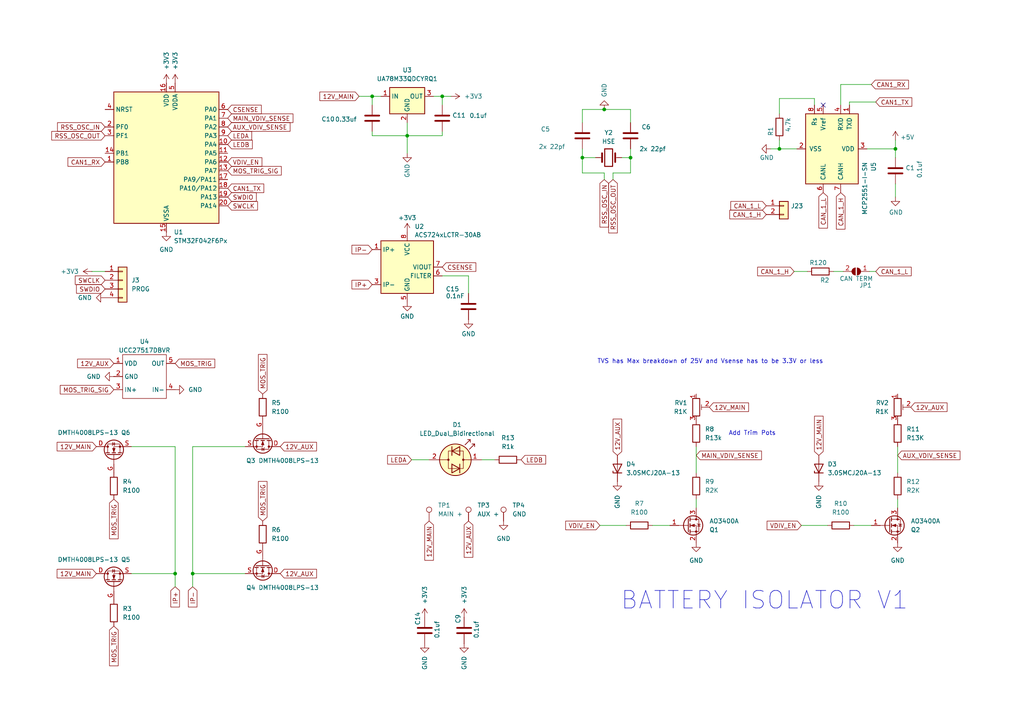
<source format=kicad_sch>
(kicad_sch (version 20250114) (generator "eeschema") (generator_version "9.0")
  (paper "A4")
  (title_block (date "2025-06-17") (rev "01"))
  (lib_symbols
    (symbol "AAA_OFFICE_PC_CUSTOM_SYMBOLS:UCC27517DBVR"
      (property "Reference" "U" (at -7.62 -8.382 0))
      (symbol "UCC27517DBVR_0_1"
        (rectangle (start -6.35 6.35) (end 6.35 -6.35))
      )
      (symbol "UCC27517DBVR_1_1"
        (pin input line (at -8.89 3.81 0) (length 2.54) (name "VDD") (number "1"))
        (pin input line (at -8.89 0 0) (length 2.54) (name "GND") (number "2"))
        (pin input line (at -8.89 -3.81 0) (length 2.54) (name "IN+") (number "3"))
        (pin output line (at 8.89 3.81 180) (length 2.54) (name "OUT") (number "5"))
        (pin input line (at 8.89 -3.81 180) (length 2.54) (name "IN-") (number "4"))
      )
    )
    (symbol "AO3400A_1" (pin_names (hide yes))
      (property "Reference" "Q" (at 5.08 1.905 0))
      (property "Value" "AO3400A" (at 5.08 0 0))
      (symbol "AO3400A_1_0_1"
        (polyline (pts (xy 0.254 1.905) (xy 0.254 -1.905)) (stroke (width 0.254)))
        (polyline (pts (xy 0.254 0) (xy -2.54 0)))
        (polyline (pts (xy 0.762 2.286) (xy 0.762 1.27)) (stroke (width 0.254)))
        (polyline (pts (xy 0.762 0.508) (xy 0.762 -0.508)) (stroke (width 0.254)))
        (polyline (pts (xy 0.762 -1.27) (xy 0.762 -2.286)) (stroke (width 0.254)))
        (polyline (pts (xy 0.762 -1.778) (xy 3.302 -1.778) (xy 3.302 1.778) (xy 0.762 1.778)))
        (polyline (pts (xy 1.016 0) (xy 2.032 0.381) (xy 2.032 -0.381) (xy 1.016 0)) (fill (type outline)))
        (circle (center 1.651 0) (radius 2.794) (stroke (width 0.254)))
        (polyline (pts (xy 2.54 2.54) (xy 2.54 1.778)))
        (circle (center 2.54 1.778) (radius 0.254) (fill (type outline)))
        (circle (center 2.54 -1.778) (radius 0.254) (fill (type outline)))
        (polyline (pts (xy 2.54 -2.54) (xy 2.54 0) (xy 0.762 0)))
        (polyline (pts (xy 2.794 0.508) (xy 2.921 0.381) (xy 3.683 0.381) (xy 3.81 0.254)))
        (polyline (pts (xy 3.302 0.381) (xy 2.921 -0.254) (xy 3.683 -0.254) (xy 3.302 0.381)))
      )
      (symbol "AO3400A_1_1_1"
        (pin input line (at -5.08 0 0) (length 2.54) (name "G") (number "1"))
        (pin passive line (at 2.54 5.08 270) (length 2.54) (name "D") (number "3"))
        (pin passive line (at 2.54 -5.08 90) (length 2.54) (name "S") (number "2"))
      )
    )
    (symbol "Connector:TestPoint" (pin_numbers (hide yes)) (pin_names (offset 0.762) (hide yes))
      (property "Reference" "TP" (at 0 6.858 0))
      (property "Value" "TestPoint" (at 0 5.08 0))
      (symbol "TestPoint_0_1"
        (circle (center 0 3.302) (radius 0.762))
      )
      (symbol "TestPoint_1_1"
        (pin passive line (at 0 0 90) (length 2.54) (name "1") (number "1"))
      )
    )
    (symbol "Connector_Generic:Conn_01x02" (pin_names (offset 1.016) (hide yes))
      (property "Reference" "J" (at 0 2.54 0))
      (property "Value" "Conn_01x02" (at 0 -5.08 0))
      (symbol "Conn_01x02_1_1"
        (rectangle (start -1.27 1.27) (end 1.27 -3.81) (stroke (width 0.254)) (fill (type background)))
        (rectangle (start -1.27 0.127) (end 0 -0.127) (stroke (width 0.1524)))
        (rectangle (start -1.27 -2.413) (end 0 -2.667) (stroke (width 0.1524)))
        (pin passive line (at -5.08 0 0) (length 3.81) (name "Pin_1") (number "1"))
        (pin passive line (at -5.08 -2.54 0) (length 3.81) (name "Pin_2") (number "2"))
      )
    )
    (symbol "Connector_Generic:Conn_01x04" (pin_names (offset 1.016) (hide yes))
      (property "Reference" "J" (at 0 5.08 0))
      (property "Value" "Conn_01x04" (at 0 -7.62 0))
      (symbol "Conn_01x04_1_1"
        (rectangle (start -1.27 3.81) (end 1.27 -6.35) (stroke (width 0.254)) (fill (type background)))
        (rectangle (start -1.27 2.667) (end 0 2.413) (stroke (width 0.1524)))
        (rectangle (start -1.27 0.127) (end 0 -0.127) (stroke (width 0.1524)))
        (rectangle (start -1.27 -2.413) (end 0 -2.667) (stroke (width 0.1524)))
        (rectangle (start -1.27 -4.953) (end 0 -5.207) (stroke (width 0.1524)))
        (pin passive line (at -5.08 2.54 0) (length 3.81) (name "Pin_1") (number "1"))
        (pin passive line (at -5.08 0 0) (length 3.81) (name "Pin_2") (number "2"))
        (pin passive line (at -5.08 -2.54 0) (length 3.81) (name "Pin_3") (number "3"))
        (pin passive line (at -5.08 -5.08 0) (length 3.81) (name "Pin_4") (number "4"))
      )
    )
    (symbol "Device:C" (pin_numbers (hide yes)) (pin_names (offset 0.254))
      (property "Reference" "C" (at 0.635 2.54 0))
      (property "Value" "C" (at 0.635 -2.54 0))
      (symbol "C_0_1"
        (polyline (pts (xy -2.032 0.762) (xy 2.032 0.762)) (stroke (width 0.508)))
        (polyline (pts (xy -2.032 -0.762) (xy 2.032 -0.762)) (stroke (width 0.508)))
      )
      (symbol "C_1_1"
        (pin passive line (at 0 3.81 270) (length 2.794) (name "~") (number "1"))
        (pin passive line (at 0 -3.81 90) (length 2.794) (name "~") (number "2"))
      )
    )
    (symbol "Device:Crystal" (pin_numbers (hide yes)) (pin_names (offset 1.016) (hide yes))
      (property "Reference" "Y" (at 0 3.81 0))
      (property "Value" "Crystal" (at 0 -3.81 0))
      (symbol "Crystal_0_1"
        (polyline (pts (xy -2.54 0) (xy -1.905 0)))
        (polyline (pts (xy -1.905 -1.27) (xy -1.905 1.27)) (stroke (width 0.508)))
        (rectangle (start -1.143 2.54) (end 1.143 -2.54) (stroke (width 0.3048)))
        (polyline (pts (xy 1.905 -1.27) (xy 1.905 1.27)) (stroke (width 0.508)))
        (polyline (pts (xy 2.54 0) (xy 1.905 0)))
      )
      (symbol "Crystal_1_1"
        (pin passive line (at -3.81 0 0) (length 1.27) (name "1") (number "1"))
        (pin passive line (at 3.81 0 180) (length 1.27) (name "2") (number "2"))
      )
    )
    (symbol "Device:LED_Dual_Bidirectional" (pin_names (offset 0) (hide yes))
      (property "Reference" "D" (at 0 5.715 0))
      (property "Value" "LED_Dual_Bidirectional" (at 0 -6.35 0))
      (symbol "LED_Dual_Bidirectional_0_1"
        (polyline (pts (xy -4.572 0) (xy -2.54 0)))
        (circle (center -2.032 0) (radius 0.254) (fill (type outline)))
        (polyline (pts (xy -2.032 0) (xy -2.54 0)))
        (polyline (pts (xy -1.016 3.81) (xy -1.016 1.27)) (stroke (width 0.254)))
        (polyline (pts (xy -1.016 -1.27) (xy -1.016 -3.81) (xy 1.27 -2.54) (xy -1.016 -1.27)) (stroke (width 0.254)))
        (circle (center 0 0) (radius 4.572) (stroke (width 0.254)) (fill (type background)))
        (polyline (pts (xy 1.27 3.81) (xy 1.27 1.27) (xy -1.016 2.54) (xy 1.27 3.81)) (stroke (width 0.254)))
        (polyline (pts (xy 1.27 -1.27) (xy 1.27 -3.81)) (stroke (width 0.254)))
        (polyline (pts (xy 2.286 2.54) (xy -2.032 2.54) (xy -2.032 -2.54) (xy 2.286 -2.54) (xy 2.286 2.54)))
        (circle (center 2.286 0) (radius 0.254) (fill (type outline)))
        (polyline (pts (xy 2.794 4.318) (xy 4.318 5.842) (xy 3.556 5.842)) (stroke (width 0.2032)))
        (polyline (pts (xy 4.064 3.048) (xy 5.588 4.572) (xy 4.826 4.572)) (stroke (width 0.2032)))
        (polyline (pts (xy 4.064 0) (xy 2.286 0)) (fill (type outline)))
        (polyline (pts (xy 4.318 5.842) (xy 4.318 5.08)) (stroke (width 0.2032)))
        (polyline (pts (xy 5.588 4.572) (xy 5.588 3.81)) (stroke (width 0.2032)))
      )
      (symbol "LED_Dual_Bidirectional_1_1"
        (pin input line (at -7.62 0 0) (length 3.048) (name "AK") (number "2"))
        (pin input line (at 7.62 0 180) (length 3.81) (name "KA") (number "1"))
      )
    )
    (symbol "Device:R" (pin_numbers (hide yes)) (pin_names (offset 0))
      (property "Reference" "R" (at 2.032 0 90))
      (property "Value" "R" (at 0 0 90))
      (symbol "R_0_1"
        (rectangle (start -1.016 -2.54) (end 1.016 2.54) (stroke (width 0.254)))
      )
      (symbol "R_1_1"
        (pin passive line (at 0 3.81 270) (length 1.27) (name "~") (number "1"))
        (pin passive line (at 0 -3.81 90) (length 1.27) (name "~") (number "2"))
      )
    )
    (symbol "Device:R_Potentiometer_Trim" (pin_names (offset 1.016) (hide yes))
      (property "Reference" "RV" (at -4.445 0 90))
      (property "Value" "R_Potentiometer_Trim" (at -2.54 0 90))
      (symbol "R_Potentiometer_Trim_0_1"
        (rectangle (start 1.016 2.54) (end -1.016 -2.54) (stroke (width 0.254)))
        (polyline (pts (xy 1.524 0.762) (xy 1.524 -0.762)))
        (polyline (pts (xy 2.54 0) (xy 1.524 0)))
      )
      (symbol "R_Potentiometer_Trim_1_1"
        (pin passive line (at 0 3.81 270) (length 1.27) (name "1") (number "1"))
        (pin passive line (at 0 -3.81 90) (length 1.27) (name "3") (number "3"))
        (pin passive line (at 3.81 0 180) (length 1.27) (name "2") (number "2"))
      )
    )
    (symbol "Diode:Z3SMCxxx" (pin_numbers (hide yes)) (pin_names (hide yes))
      (property "Reference" "D" (at 0 2.54 0))
      (property "Value" "Z3SMCxxx" (at 0 -2.54 0))
      (symbol "Z3SMCxxx_0_1"
        (polyline (pts (xy -1.27 -1.27) (xy -1.27 1.27) (xy -0.762 1.27)) (stroke (width 0.254)))
        (polyline (pts (xy 1.27 0) (xy -1.27 0)))
        (polyline (pts (xy 1.27 -1.27) (xy 1.27 1.27) (xy -1.27 0) (xy 1.27 -1.27)) (stroke (width 0.254)))
      )
      (symbol "Z3SMCxxx_1_1"
        (pin passive line (at -3.81 0 0) (length 2.54) (name "K") (number "1"))
        (pin passive line (at 3.81 0 180) (length 2.54) (name "A") (number "2"))
      )
    )
    (symbol "GND_2" (power) (pin_numbers (hide yes)) (pin_names (offset 0) (hide yes))
      (property "Value" "GND" (at 0 -3.81 0))
      (symbol "GND_2_0_1"
        (polyline (pts (xy 0 0) (xy 0 -1.27) (xy 1.27 -1.27) (xy 0 -2.54) (xy -1.27 -1.27) (xy 0 -1.27)))
      )
      (symbol "GND_2_1_1"
        (pin power_in line (at 0 0 270) (length 0) (name "~") (number "1"))
      )
    )
    (symbol "Interface_CAN_LIN:MCP2551-I-SN" (pin_names (offset 1.016))
      (property "Reference" "U" (at -10.16 8.89 0))
      (property "Value" "MCP2551-I-SN" (at 2.54 8.89 0))
      (symbol "MCP2551-I-SN_0_1"
        (rectangle (start -10.16 7.62) (end 10.16 -7.62) (stroke (width 0.254)) (fill (type background)))
      )
      (symbol "MCP2551-I-SN_1_1"
        (pin input line (at -12.7 5.08 0) (length 2.54) (name "TXD") (number "1"))
        (pin output line (at -12.7 2.54 0) (length 2.54) (name "RXD") (number "4"))
        (pin power_out line (at -12.7 -2.54 0) (length 2.54) (name "Vref") (number "5"))
        (pin input line (at -12.7 -5.08 0) (length 2.54) (name "Rs") (number "8"))
        (pin power_in line (at 0 10.16 270) (length 2.54) (name "VDD") (number "3"))
        (pin power_in line (at 0 -10.16 90) (length 2.54) (name "VSS") (number "2"))
        (pin bidirectional line (at 12.7 2.54 180) (length 2.54) (name "CANH") (number "7"))
        (pin bidirectional line (at 12.7 -2.54 180) (length 2.54) (name "CANL") (number "6"))
      )
    )
    (symbol "Jumper:SolderJumper_2_Open" (pin_names (offset 0) (hide yes))
      (property "Reference" "JP" (at 0 2.032 0))
      (property "Value" "SolderJumper_2_Open" (at 0 -2.54 0))
      (symbol "SolderJumper_2_Open_0_1"
        (polyline (pts (xy -0.254 1.016) (xy -0.254 -1.016)))
        (arc (start -0.254 -1.016) (mid -1.2656 0) (end -0.254 1.016))
        (arc (start -0.254 -1.016) (mid -1.2656 0) (end -0.254 1.016) (fill (type outline)))
        (arc (start 0.254 1.016) (mid 1.2656 0) (end 0.254 -1.016))
        (arc (start 0.254 1.016) (mid 1.2656 0) (end 0.254 -1.016) (fill (type outline)))
        (polyline (pts (xy 0.254 1.016) (xy 0.254 -1.016)))
      )
      (symbol "SolderJumper_2_Open_1_1"
        (pin passive line (at -3.81 0 0) (length 2.54) (name "A") (number "1"))
        (pin passive line (at 3.81 0 180) (length 2.54) (name "B") (number "2"))
      )
    )
    (symbol "MCU_ST_STM32F0:STM32F042F6Px"
      (property "Reference" "U" (at -15.24 21.59 0))
      (property "Value" "STM32F042F6Px" (at 5.08 21.59 0))
      (symbol "STM32F042F6Px_0_1"
        (rectangle (start -15.24 -17.78) (end 15.24 20.32) (stroke (width 0.254)) (fill (type background)))
      )
      (symbol "STM32F042F6Px_1_1"
        (pin input line (at -17.78 15.24 0) (length 2.54) (name "NRST") (number "4"))
        (pin bidirectional line (at -17.78 10.16 0) (length 2.54) (name "PF0") (number "2"))
        (pin bidirectional line (at -17.78 7.62 0) (length 2.54) (name "PF1") (number "3"))
        (pin bidirectional line (at -17.78 2.54 0) (length 2.54) (name "PB1") (number "14"))
        (pin bidirectional line (at -17.78 0 0) (length 2.54) (name "PB8") (number "1"))
        (pin power_in line (at 0 22.86 270) (length 2.54) (name "VDD") (number "16"))
        (pin power_in line (at 0 -20.32 90) (length 2.54) (name "VSSA") (number "15"))
        (pin power_in line (at 2.54 22.86 270) (length 2.54) (name "VDDA") (number "5"))
        (pin bidirectional line (at 17.78 15.24 180) (length 2.54) (name "PA0") (number "6"))
        (pin bidirectional line (at 17.78 12.7 180) (length 2.54) (name "PA1") (number "7"))
        (pin bidirectional line (at 17.78 10.16 180) (length 2.54) (name "PA2") (number "8"))
        (pin bidirectional line (at 17.78 7.62 180) (length 2.54) (name "PA3") (number "9"))
        (pin bidirectional line (at 17.78 5.08 180) (length 2.54) (name "PA4") (number "10"))
        (pin bidirectional line (at 17.78 2.54 180) (length 2.54) (name "PA5") (number "11"))
        (pin bidirectional line (at 17.78 0 180) (length 2.54) (name "PA6") (number "12"))
        (pin bidirectional line (at 17.78 -2.54 180) (length 2.54) (name "PA7") (number "13"))
        (pin bidirectional line (at 17.78 -5.08 180) (length 2.54) (name "PA9/PA11") (number "17"))
        (pin bidirectional line (at 17.78 -7.62 180) (length 2.54) (name "PA10/PA12") (number "18"))
        (pin bidirectional line (at 17.78 -10.16 180) (length 2.54) (name "PA13") (number "19"))
        (pin bidirectional line (at 17.78 -12.7 180) (length 2.54) (name "PA14") (number "20"))
      )
    )
    (symbol "Regulator_Linear:UA78M33QDCYRQ1"
      (property "Reference" "U" (at -3.81 3.175 0))
      (property "Value" "UA78M33QDCYRQ1" (at 0 3.175 0))
      (symbol "UA78M33QDCYRQ1_0_1"
        (rectangle (start -5.08 2.54) (end 5.08 -5.08) (stroke (width 0.254)) (fill (type background)))
      )
      (symbol "UA78M33QDCYRQ1_1_1"
        (pin power_in line (at -7.62 0 0) (length 2.54) (name "IN") (number "1"))
        (pin power_in line (at 0 -7.62 90) (length 2.54) (name "GND") (number "2"))
        (pin power_out line (at 7.62 0 180) (length 2.54) (name "OUT") (number "3"))
      )
    )
    (symbol "Sensor_Current:ACS724xLCTR-30AB"
      (property "Reference" "U" (at 2.54 11.43 0))
      (property "Value" "ACS724xLCTR-30AB" (at 2.54 8.89 0))
      (symbol "ACS724xLCTR-30AB_0_1"
        (rectangle (start -7.62 7.62) (end 7.62 -7.62) (stroke (width 0.254)) (fill (type background)))
      )
      (symbol "ACS724xLCTR-30AB_1_1"
        (pin passive line (at -10.16 5.08 0) (length 2.54) (name "IP+") (number "1"))
        (pin passive line (at -10.16 5.08 0) (length 2.54) (hide yes) (name "IP+") (number "2"))
        (pin passive line (at -10.16 -5.08 0) (length 2.54) (name "IP-") (number "3"))
        (pin passive line (at -10.16 -5.08 0) (length 2.54) (hide yes) (name "IP-") (number "4"))
        (pin power_in line (at 0 10.16 270) (length 2.54) (name "VCC") (number "8"))
        (pin power_in line (at 0 -10.16 90) (length 2.54) (name "GND") (number "5"))
        (pin output line (at 10.16 0 180) (length 2.54) (name "VIOUT") (number "7"))
        (pin passive line (at 10.16 -2.54 180) (length 2.54) (name "FILTER") (number "6"))
      )
    )
    (symbol "Transistor_FET:AO3400A" (pin_names (hide yes))
      (property "Reference" "Q1" (at 6.35 1.2701 0))
      (property "Value" "DMTH4008LPS-13" (at 6.35 -1.2699 0))
      (symbol "AO3400A_0_1"
        (polyline (pts (xy 0.254 1.905) (xy 0.254 -1.905)) (stroke (width 0.254)))
        (polyline (pts (xy 0.254 0) (xy -2.54 0)))
        (polyline (pts (xy 0.762 2.286) (xy 0.762 1.27)) (stroke (width 0.254)))
        (polyline (pts (xy 0.762 0.508) (xy 0.762 -0.508)) (stroke (width 0.254)))
        (polyline (pts (xy 0.762 -1.27) (xy 0.762 -2.286)) (stroke (width 0.254)))
        (polyline (pts (xy 0.762 -1.778) (xy 3.302 -1.778) (xy 3.302 1.778) (xy 0.762 1.778)))
        (polyline (pts (xy 1.016 0) (xy 2.032 0.381) (xy 2.032 -0.381) (xy 1.016 0)) (fill (type outline)))
        (circle (center 1.651 0) (radius 2.794) (stroke (width 0.254)))
        (polyline (pts (xy 2.54 2.54) (xy 2.54 1.778)))
        (circle (center 2.54 1.778) (radius 0.254) (fill (type outline)))
        (circle (center 2.54 -1.778) (radius 0.254) (fill (type outline)))
        (polyline (pts (xy 2.54 -2.54) (xy 2.54 0) (xy 0.762 0)))
        (polyline (pts (xy 2.794 0.508) (xy 2.921 0.381) (xy 3.683 0.381) (xy 3.81 0.254)))
        (polyline (pts (xy 3.302 0.381) (xy 2.921 -0.254) (xy 3.683 -0.254) (xy 3.302 0.381)))
      )
      (symbol "AO3400A_1_1"
        (pin input line (at -5.08 0 0) (length 2.54) (name "G") (number "G"))
        (pin passive line (at 2.54 5.08 270) (length 2.54) (name "D") (number "D"))
        (pin passive line (at 2.54 -5.08 90) (length 2.54) (name "S") (number "S"))
      )
    )
    (symbol "power:+3V3" (power) (pin_numbers (hide yes)) (pin_names (offset 0) (hide yes))
      (property "Value" "+3V3" (at 0 3.556 0))
      (symbol "+3V3_0_1"
        (polyline (pts (xy -0.762 1.27) (xy 0 2.54)))
        (polyline (pts (xy 0 2.54) (xy 0.762 1.27)))
        (polyline (pts (xy 0 0) (xy 0 2.54)))
      )
      (symbol "+3V3_1_1"
        (pin power_in line (at 0 0 90) (length 0) (name "~") (number "1"))
      )
    )
    (symbol "power:+5V" (power) (pin_names (offset 0))
      (property "Value" "+5V" (at 0 3.556 0))
      (symbol "+5V_0_1"
        (polyline (pts (xy -0.762 1.27) (xy 0 2.54)))
        (polyline (pts (xy 0 2.54) (xy 0.762 1.27)))
        (polyline (pts (xy 0 0) (xy 0 2.54)))
      )
      (symbol "+5V_1_1"
        (pin power_in line (at 0 0 90) (length 0) (hide yes) (name "+5V") (number "1"))
      )
    )
    (symbol "power:GND" (power) (pin_names (offset 0))
      (property "Value" "GND" (at 0 -3.81 0))
      (symbol "GND_0_1"
        (polyline (pts (xy 0 0) (xy 0 -1.27) (xy 1.27 -1.27) (xy 0 -2.54) (xy -1.27 -1.27) (xy 0 -1.27)))
      )
      (symbol "GND_1_1"
        (pin power_in line (at 0 0 270) (length 0) (hide yes) (name "GND") (number "1"))
      )
    )
  )
  (text "BATTERY ISOLATOR V1" (at 221.742 174.244 0) (effects (font (size 5.08 5.08))))
  (text "TVS has Max breakdown of 25V and Vsense has to be 3.3V or less\n" (at 205.994 104.902 0) (effects (font (size 1.27 1.27))))
  (text "Add Trim Pots" (at 218.186 125.73 0) (effects (font (size 1.27 1.27))))
  (junction (at 259.715 43.18))
  (junction (at 50.8 166.37))
  (junction (at 128.27 27.94))
  (junction (at 175.26 31.75))
  (junction (at 182.88 45.72))
  (junction (at 55.88 166.37))
  (junction (at 168.91 45.72))
  (junction (at 107.95 27.94))
  (junction (at 118.11 39.37))
  (junction (at 226.06 43.18))
  (no_connect (at 238.76 30.48))
  (wire (pts (xy 118.11 35.56) (xy 118.11 39.37)))
  (wire (pts (xy 223.52 43.18) (xy 226.06 43.18)))
  (wire (pts (xy 38.1 129.54) (xy 50.8 129.54)))
  (wire (pts (xy 135.89 80.01) (xy 135.89 85.09)))
  (wire (pts (xy 128.27 27.94) (xy 130.81 27.94)))
  (wire (pts (xy 55.88 129.54) (xy 71.12 129.54)))
  (wire (pts (xy 38.1 166.37) (xy 50.8 166.37)))
  (wire (pts (xy 118.11 39.37) (xy 118.11 44.45)))
  (wire (pts (xy 118.11 39.37) (xy 128.27 39.37)))
  (wire (pts (xy 226.06 40.64) (xy 226.06 43.18)))
  (wire (pts (xy 259.715 43.18) (xy 259.715 45.72)))
  (wire (pts (xy 168.91 45.72) (xy 168.91 50.165)))
  (wire (pts (xy 232.41 152.4) (xy 240.03 152.4)))
  (wire (pts (xy 175.26 50.165) (xy 175.26 52.07)))
  (wire (pts (xy 55.88 166.37) (xy 71.12 166.37)))
  (wire (pts (xy 226.06 43.18) (xy 231.14 43.18)))
  (wire (pts (xy 254 29.591) (xy 246.38 29.591)))
  (wire (pts (xy 125.73 27.94) (xy 128.27 27.94)))
  (wire (pts (xy 168.91 50.165) (xy 175.26 50.165)))
  (wire (pts (xy 201.93 144.78) (xy 201.93 147.32)))
  (wire (pts (xy 251.46 43.18) (xy 259.715 43.18)))
  (wire (pts (xy 259.715 43.18) (xy 259.715 40.64)))
  (wire (pts (xy 128.27 80.01) (xy 135.89 80.01)))
  (wire (pts (xy 260.35 129.54) (xy 260.35 137.16)))
  (wire (pts (xy 175.26 31.75) (xy 182.88 31.75)))
  (wire (pts (xy 244.5512 78.74) (xy 241.7572 78.74)))
  (wire (pts (xy 172.72 45.72) (xy 168.91 45.72)))
  (wire (pts (xy 243.84 24.511) (xy 243.84 30.48)))
  (wire (pts (xy 247.65 152.4) (xy 252.73 152.4)))
  (wire (pts (xy 182.88 45.72) (xy 182.88 43.18)))
  (wire (pts (xy 259.715 53.34) (xy 259.715 57.15)))
  (wire (pts (xy 226.06 28.575) (xy 226.06 33.02)))
  (wire (pts (xy 189.23 152.4) (xy 194.31 152.4)))
  (wire (pts (xy 168.91 35.56) (xy 168.91 31.75)))
  (wire (pts (xy 252.1712 78.74) (xy 254 78.74)))
  (wire (pts (xy 182.88 45.72) (xy 180.34 45.72)))
  (wire (pts (xy 128.27 27.94) (xy 128.27 30.48)))
  (wire (pts (xy 173.99 152.4) (xy 181.61 152.4)))
  (wire (pts (xy 143.51 133.35) (xy 139.7 133.35)))
  (wire (pts (xy 252.73 24.511) (xy 243.84 24.511)))
  (wire (pts (xy 182.88 31.75) (xy 182.88 35.56)))
  (wire (pts (xy 177.8 50.165) (xy 182.88 50.165)))
  (wire (pts (xy 50.8 166.37) (xy 50.8 170.18)))
  (wire (pts (xy 26.67 78.74) (xy 30.48 78.74)))
  (wire (pts (xy 104.14 27.94) (xy 107.95 27.94)))
  (wire (pts (xy 107.95 38.1) (xy 107.95 39.37)))
  (wire (pts (xy 107.95 39.37) (xy 118.11 39.37)))
  (wire (pts (xy 128.27 39.37) (xy 128.27 38.1)))
  (wire (pts (xy 246.38 29.591) (xy 246.38 30.48)))
  (wire (pts (xy 168.91 31.75) (xy 175.26 31.75)))
  (wire (pts (xy 50.8 129.54) (xy 50.8 166.37)))
  (wire (pts (xy 230.3272 78.74) (xy 234.1372 78.74)))
  (wire (pts (xy 119.38 133.35) (xy 124.46 133.35)))
  (wire (pts (xy 260.35 144.78) (xy 260.35 147.32)))
  (wire (pts (xy 177.8 50.165) (xy 177.8 52.07)))
  (wire (pts (xy 201.93 129.54) (xy 201.93 137.16)))
  (wire (pts (xy 236.22 30.48) (xy 236.22 28.575)))
  (wire (pts (xy 55.88 166.37) (xy 55.88 170.18)))
  (wire (pts (xy 107.95 27.94) (xy 107.95 30.48)))
  (wire (pts (xy 55.88 129.54) (xy 55.88 166.37)))
  (wire (pts (xy 107.95 27.94) (xy 110.49 27.94)))
  (wire (pts (xy 226.06 28.575) (xy 236.22 28.575)))
  (wire (pts (xy 168.91 43.18) (xy 168.91 45.72)))
  (wire (pts (xy 182.88 50.165) (xy 182.88 45.72)))
  (global_label "IP-" (shape input) (at 55.88 170.18 270) (property "Intersheetrefs" "${INTERSHEET_REFS}" (effects (hide yes))))
  (global_label "VDIV_EN" (shape input) (at 66.04 46.99 0) (property "Intersheetrefs" "${INTERSHEET_REFS}" (effects (hide yes))))
  (global_label "12V_AUX" (shape input) (at 81.28 129.54 0) (property "Intersheetrefs" "${INTERSHEET_REFS}" (effects (hide yes))))
  (global_label "SWCLK" (shape input) (at 30.48 81.28 180) (property "Intersheetrefs" "${INTERSHEET_REFS}" (effects (hide yes))))
  (global_label "RSS_OSC_IN" (shape input) (at 30.48 36.83 180) (property "Intersheetrefs" "${INTERSHEET_REFS}" (effects (hide yes))))
  (global_label "CAN_1_H" (shape input) (at 243.84 55.88 270) (property "Intersheetrefs" "${INTERSHEET_REFS}" (effects (hide yes))))
  (global_label "LEDA" (shape input) (at 66.04 39.37 0) (property "Intersheetrefs" "${INTERSHEET_REFS}" (effects (hide yes))))
  (global_label "LEDB" (shape input) (at 151.13 133.35 0) (property "Intersheetrefs" "${INTERSHEET_REFS}" (effects (hide yes))))
  (global_label "MOS_TRIG" (shape input) (at 33.02 181.61 270) (property "Intersheetrefs" "${INTERSHEET_REFS}" (effects (hide yes))))
  (global_label "CAN1_RX" (shape input) (at 252.73 24.511 0) (property "Intersheetrefs" "${INTERSHEET_REFS}" (effects (hide yes))))
  (global_label "MOS_TRIG" (shape input) (at 33.02 144.78 270) (property "Intersheetrefs" "${INTERSHEET_REFS}" (effects (hide yes))))
  (global_label "12V_MAIN" (shape input) (at 27.94 166.37 180) (property "Intersheetrefs" "${INTERSHEET_REFS}" (effects (hide yes))))
  (global_label "MAIN_VDIV_SENSE" (shape input) (at 66.04 34.29 0) (property "Intersheetrefs" "${INTERSHEET_REFS}" (effects (hide yes))))
  (global_label "12V_MAIN" (shape input) (at 27.94 129.54 180) (property "Intersheetrefs" "${INTERSHEET_REFS}" (effects (hide yes))))
  (global_label "SWDIO" (shape input) (at 30.48 83.82 180) (property "Intersheetrefs" "${INTERSHEET_REFS}" (effects (hide yes))))
  (global_label "AUX_VDIV_SENSE" (shape input) (at 260.35 132.08 0) (property "Intersheetrefs" "${INTERSHEET_REFS}" (effects (hide yes))))
  (global_label "12V_MAIN" (shape input) (at 205.74 118.11 0) (property "Intersheetrefs" "${INTERSHEET_REFS}" (effects (hide yes))))
  (global_label "CAN1_TX" (shape input) (at 254 29.591 0) (property "Intersheetrefs" "${INTERSHEET_REFS}" (effects (hide yes))))
  (global_label "12V_MAIN" (shape input) (at 104.14 27.94 180) (property "Intersheetrefs" "${INTERSHEET_REFS}" (effects (hide yes))))
  (global_label "IP+" (shape input) (at 107.95 82.55 180) (property "Intersheetrefs" "${INTERSHEET_REFS}" (effects (hide yes))))
  (global_label "12V_AUX" (shape input) (at 135.89 151.13 270) (property "Intersheetrefs" "${INTERSHEET_REFS}" (effects (hide yes))))
  (global_label "IP-" (shape input) (at 107.95 72.39 180) (property "Intersheetrefs" "${INTERSHEET_REFS}" (effects (hide yes))))
  (global_label "CSENSE" (shape input) (at 128.27 77.47 0) (property "Intersheetrefs" "${INTERSHEET_REFS}" (effects (hide yes))))
  (global_label "CAN1_TX" (shape input) (at 66.04 54.61 0) (property "Intersheetrefs" "${INTERSHEET_REFS}" (effects (hide yes))))
  (global_label "CAN_1_L" (shape input) (at 222.25 59.69 180) (property "Intersheetrefs" "${INTERSHEET_REFS}" (effects (hide yes))))
  (global_label "12V_AUX" (shape input) (at 33.02 105.41 180) (property "Intersheetrefs" "${INTERSHEET_REFS}" (effects (hide yes))))
  (global_label "12V_MAIN" (shape input) (at 237.49 132.08 90) (property "Intersheetrefs" "${INTERSHEET_REFS}" (effects (hide yes))))
  (global_label "CAN_1_H" (shape input) (at 222.25 62.23 180) (property "Intersheetrefs" "${INTERSHEET_REFS}" (effects (hide yes))))
  (global_label "12V_AUX" (shape input) (at 179.07 132.08 90) (property "Intersheetrefs" "${INTERSHEET_REFS}" (effects (hide yes))))
  (global_label "RSS_OSC_IN" (shape input) (at 175.26 52.07 270) (property "Intersheetrefs" "${INTERSHEET_REFS}" (effects (hide yes))))
  (global_label "IP+" (shape input) (at 50.8 170.18 270) (property "Intersheetrefs" "${INTERSHEET_REFS}" (effects (hide yes))))
  (global_label "RSS_OSC_OUT" (shape input) (at 30.48 39.37 180) (property "Intersheetrefs" "${INTERSHEET_REFS}" (effects (hide yes))))
  (global_label "CAN1_RX" (shape input) (at 30.48 46.99 180) (property "Intersheetrefs" "${INTERSHEET_REFS}" (effects (hide yes))))
  (global_label "12V_AUX" (shape input) (at 81.28 166.37 0) (property "Intersheetrefs" "${INTERSHEET_REFS}" (effects (hide yes))))
  (global_label "MOS_TRIG_SIG" (shape input) (at 33.02 113.03 180) (property "Intersheetrefs" "${INTERSHEET_REFS}" (effects (hide yes))))
  (global_label "AUX_VDIV_SENSE" (shape input) (at 66.04 36.83 0) (property "Intersheetrefs" "${INTERSHEET_REFS}" (effects (hide yes))))
  (global_label "SWDIO" (shape input) (at 66.04 57.15 0) (property "Intersheetrefs" "${INTERSHEET_REFS}" (effects (hide yes))))
  (global_label "CSENSE" (shape input) (at 66.04 31.75 0) (property "Intersheetrefs" "${INTERSHEET_REFS}" (effects (hide yes))))
  (global_label "MOS_TRIG" (shape input) (at 76.2 151.13 90) (property "Intersheetrefs" "${INTERSHEET_REFS}" (effects (hide yes))))
  (global_label "LEDA" (shape input) (at 119.38 133.35 180) (property "Intersheetrefs" "${INTERSHEET_REFS}" (effects (hide yes))))
  (global_label "VDIV_EN" (shape input) (at 232.41 152.4 180) (property "Intersheetrefs" "${INTERSHEET_REFS}" (effects (hide yes))))
  (global_label "12V_AUX" (shape input) (at 264.16 118.11 0) (property "Intersheetrefs" "${INTERSHEET_REFS}" (effects (hide yes))))
  (global_label "CAN_1_L" (shape input) (at 238.76 55.88 270) (property "Intersheetrefs" "${INTERSHEET_REFS}" (effects (hide yes))))
  (global_label "CAN_1_H" (shape input) (at 230.3272 78.74 180) (property "Intersheetrefs" "${INTERSHEET_REFS}" (effects (hide yes))))
  (global_label "MOS_TRIG" (shape input) (at 50.8 105.41 0) (property "Intersheetrefs" "${INTERSHEET_REFS}" (effects (hide yes))))
  (global_label "VDIV_EN" (shape input) (at 173.99 152.4 180) (property "Intersheetrefs" "${INTERSHEET_REFS}" (effects (hide yes))))
  (global_label "CAN_1_L" (shape input) (at 254 78.74 0) (property "Intersheetrefs" "${INTERSHEET_REFS}" (effects (hide yes))))
  (global_label "MAIN_VDIV_SENSE" (shape input) (at 201.93 132.08 0) (property "Intersheetrefs" "${INTERSHEET_REFS}" (effects (hide yes))))
  (global_label "LEDB" (shape input) (at 66.04 41.91 0) (property "Intersheetrefs" "${INTERSHEET_REFS}" (effects (hide yes))))
  (global_label "MOS_TRIG" (shape input) (at 76.2 114.3 90) (property "Intersheetrefs" "${INTERSHEET_REFS}" (effects (hide yes))))
  (global_label "RSS_OSC_OUT" (shape input) (at 177.8 52.07 270) (property "Intersheetrefs" "${INTERSHEET_REFS}" (effects (hide yes))))
  (global_label "12V_MAIN" (shape input) (at 124.46 151.13 270) (property "Intersheetrefs" "${INTERSHEET_REFS}" (effects (hide yes))))
  (global_label "SWCLK" (shape input) (at 66.04 59.69 0) (property "Intersheetrefs" "${INTERSHEET_REFS}" (effects (hide yes))))
  (global_label "MOS_TRIG_SIG" (shape input) (at 66.04 49.53 0) (property "Intersheetrefs" "${INTERSHEET_REFS}" (effects (hide yes))))
  (symbol (lib_id "Device:R_Potentiometer_Trim") (at 201.93 118.11 0) (unit 1)
    (property "Reference" "RV1" (at 199.39 116.8399 0) (effects (justify right)))
    (property "Value" "R1K" (at 199.39 119.3799 0) (effects (justify right)))
    (property "Footprint" "Potentiometer_SMD:Potentiometer_Bourns_TC33X_Vertical" (effects (hide yes)))
    (property "Description" "Trim-potentiometer" (effects (hide yes)))
  )
  (symbol (lib_id "power:+3V3") (at 26.67 78.74 90) (unit 1)
    (property "Reference" "#PWR0103" (effects (hide yes)))
    (property "Value" "+3V3" (at 22.86 78.74 90) (effects (justify left)))
    (property "Description" "Power symbol creates a global label with name \"+3V3\"" (effects (hide yes)))
  )
  (symbol (lib_id "power:GND") (at 118.11 44.45 0) (unit 1)
    (property "Reference" "#PWR024" (effects (hide yes)))
    (property "Value" "GND" (at 118.11 49.53 90))
  )
  (symbol (lib_id "AAA_OFFICE_PC_CUSTOM_SYMBOLS:UCC27517DBVR") (at 41.91 109.22 0) (unit 1)
    (property "Reference" "U4" (at 41.91 99.06 0))
    (property "Value" "UCC27517DBVR" (at 41.91 101.6 0))
    (property "Footprint" "Package_TO_SOT_SMD:SOT-23-5" (effects (hide yes)))
  )
  (symbol (lib_id "Diode:Z3SMCxxx") (at 237.49 135.89 90) (unit 1)
    (property "Reference" "D3" (at 240.03 134.6199 90) (effects (justify right)))
    (property "Value" "3.0SMCJ20A-13" (at 240.03 137.1599 90) (effects (justify right)))
    (property "Footprint" "Diode_SMD:D_SMC" (effects (hide yes)))
    (property "Datasheet" "https://diotec.com/tl_files/diotec/files/pdf/datasheets/z3smc1.pdf" (effects (hide yes)))
    (property "Description" "3000mW Zener Diode, SMC(DO-214AB)" (effects (hide yes)))
    (property "PN" "C439733" (effects (hide yes)))
    (property "SOURCE" "LCSC" (effects (hide yes)))
  )
  (symbol (lib_id "Regulator_Linear:UA78M33QDCYRQ1") (at 118.11 27.94 0) (unit 1)
    (property "Reference" "U3" (at 118.11 20.32 0))
    (property "Value" "UA78M33QDCYRQ1" (at 118.11 22.86 0))
    (property "Footprint" "Package_TO_SOT_SMD:SOT-223-3_TabPin2" (effects (hide yes)))
    (property "Datasheet" "https://www.ti.com/lit/gpn/UA78M-Q1" (effects (hide yes)))
    (property "Description" "Positive 500mA 25V Linear Regulator, Fixed Output 3.3V, SOT-223" (effects (hide yes)))
  )
  (symbol (lib_id "Device:R") (at 33.02 177.8 180) (unit 1)
    (property "Reference" "R3" (at 35.56 176.5299 0) (effects (justify right)))
    (property "Value" "R100" (at 35.56 179.0699 0) (effects (justify right)))
    (property "Footprint" "Resistor_SMD:R_0603_1608Metric" (effects (hide yes)))
    (property "Description" "Resistor" (effects (hide yes)))
  )
  (symbol (lib_id "Connector:TestPoint") (at 124.46 151.13 0) (unit 1)
    (property "Reference" "TP1" (at 127 146.5579 0) (effects (justify left)))
    (property "Value" "MAIN +" (at 127 149.0979 0) (effects (justify left)))
    (property "Footprint" "AAA_OFFICE_PC_CUSTOM_CRAP:SAMZO 8060500M4" (effects (hide yes)))
    (property "Description" "test point" (effects (hide yes)))
  )
  (symbol (lib_id "power:+3V3") (at 118.11 67.31 0) (unit 1)
    (property "Reference" "#PWR012" (effects (hide yes)))
    (property "Value" "+3V3" (at 118.11 63.1769 0))
    (property "Description" "Power symbol creates a global label with name \"+3V3\"" (effects (hide yes)))
  )
  (symbol (lib_id "power:GND") (at 175.26 31.75 180) (unit 1)
    (property "Reference" "#PWR061" (effects (hide yes)))
    (property "Value" "GND" (at 175.26 24.13 90) (effects (justify left)))
  )
  (symbol (lib_id "power:+5V") (at 259.715 40.64 0) (unit 1)
    (property "Reference" "#PWR016" (effects (hide yes)))
    (property "Value" "+5V" (at 261.112 39.8038 0) (effects (justify left)))
  )
  (symbol (lib_name "GND_2") (lib_id "power:GND") (at 123.19 186.69 0) (unit 1)
    (property "Reference" "#PWR068" (effects (hide yes)))
    (property "Value" "GND" (at 123.19 190.246 90) (effects (justify right)))
    (property "Description" "Power symbol creates a global label with name \"GND\" , ground" (effects (hide yes)))
  )
  (symbol (lib_id "power:GND") (at 146.05 151.13 0) (unit 1)
    (property "Reference" "#PWR02" (effects (hide yes)))
    (property "Value" "GND" (at 146.05 156.21 0))
    (property "Description" "Power symbol creates a global label with name \"GND\" , ground" (effects (hide yes)))
  )
  (symbol (lib_id "power:+3V3") (at 123.19 179.07 0) (unit 1)
    (property "Reference" "#PWR067" (effects (hide yes)))
    (property "Value" "+3V3" (at 123.19 175.26 90) (effects (justify left)))
    (property "Description" "Power symbol creates a global label with name \"+3V3\"" (effects (hide yes)))
  )
  (symbol (lib_id "Device:R") (at 237.9472 78.74 270) (unit 1)
    (property "Reference" "R2" (at 239.2172 81.28 90))
    (property "Value" "R120" (at 237.3122 76.2 90))
    (property "Footprint" "Resistor_SMD:R_0603_1608Metric" (effects (hide yes)))
  )
  (symbol (lib_id "power:GND") (at 237.49 139.7 0) (unit 1)
    (property "Reference" "#PWR050" (effects (hide yes)))
    (property "Value" "GND" (at 237.4899 143.51 90) (effects (justify right)))
    (property "Description" "Power symbol creates a global label with name \"GND\" , ground" (effects (hide yes)))
  )
  (symbol (lib_id "Device:C") (at 259.715 49.53 0) (unit 1)
    (property "Reference" "C1" (at 262.636 48.6953 0) (effects (justify left)))
    (property "Value" "0.1uf" (at 266.7 51.689 90) (effects (justify left)))
    (property "Footprint" "Capacitor_SMD:C_0805_2012Metric" (effects (hide yes)))
  )
  (symbol (lib_id "Transistor_FET:AO3400A") (at 33.02 132.08 90) (unit 1)
    (property "Reference" "Q6" (at 37.846 125.476 90) (effects (justify left)))
    (property "Value" "DMTH4008LPS-13" (at 34.29 125.476 90) (effects (justify left)))
    (property "Footprint" "AAA_OFFICE_PC_CUSTOM_CRAP:DMTH4008LPS-13(DI5060-8)" (effects (hide yes)))
  )
  (symbol (lib_id "Device:R") (at 201.93 140.97 180) (unit 1)
    (property "Reference" "R9" (at 204.47 139.6999 0) (effects (justify right)))
    (property "Value" "R2K" (at 204.47 142.2399 0) (effects (justify right)))
    (property "Footprint" "Resistor_SMD:R_0603_1608Metric" (effects (hide yes)))
    (property "Description" "Resistor" (effects (hide yes)))
  )
  (symbol (lib_id "power:GND") (at 260.35 157.48 0) (unit 1)
    (property "Reference" "#PWR04" (effects (hide yes)))
    (property "Value" "GND" (at 260.35 162.56 0))
    (property "Description" "Power symbol creates a global label with name \"GND\" , ground" (effects (hide yes)))
  )
  (symbol (lib_id "Device:C") (at 134.62 182.88 0) (unit 1)
    (property "Reference" "C9" (at 132.842 180.848 90) (effects (justify left)))
    (property "Value" "0.1uf" (at 138.176 185.166 90) (effects (justify left)))
    (property "Footprint" "Capacitor_SMD:C_0603_1608Metric" (effects (hide yes)))
  )
  (symbol (lib_id "Transistor_FET:AO3400A") (at 76.2 127 270) (unit 1)
    (property "Reference" "Q3" (at 71.374 133.604 90) (effects (justify left)))
    (property "Value" "DMTH4008LPS-13" (at 74.93 133.604 90) (effects (justify left)))
    (property "Footprint" "AAA_OFFICE_PC_CUSTOM_CRAP:DMTH4008LPS-13(DI5060-8)" (effects (hide yes)))
  )
  (symbol (lib_name "GND_2") (lib_id "power:GND") (at 33.02 109.22 270) (unit 1)
    (property "Reference" "#PWR070" (effects (hide yes)))
    (property "Value" "GND" (at 29.21 109.2199 90) (effects (justify right)))
    (property "Description" "Power symbol creates a global label with name \"GND\" , ground" (effects (hide yes)))
  )
  (symbol (lib_id "Transistor_FET:AO3400A") (at 33.02 168.91 90) (unit 1)
    (property "Reference" "Q5" (at 37.846 162.306 90) (effects (justify left)))
    (property "Value" "DMTH4008LPS-13" (at 34.29 162.306 90) (effects (justify left)))
    (property "Footprint" "AAA_OFFICE_PC_CUSTOM_CRAP:DMTH4008LPS-13(DI5060-8)" (effects (hide yes)))
  )
  (symbol (lib_id "Device:R") (at 76.2 154.94 0) (unit 1)
    (property "Reference" "R6" (at 78.74 153.6699 0) (effects (justify left)))
    (property "Value" "R100" (at 78.74 156.2099 0) (effects (justify left)))
    (property "Footprint" "Resistor_SMD:R_0603_1608Metric" (effects (hide yes)))
    (property "Description" "Resistor" (effects (hide yes)))
  )
  (symbol (lib_id "Sensor_Current:ACS724xLCTR-30AB") (at 118.11 77.47 0) (unit 1)
    (property "Reference" "U2" (at 120.2533 65.7055 0) (effects (justify left)))
    (property "Value" "ACS724xLCTR-30AB" (at 120.2533 68.1298 0) (effects (justify left)))
    (property "Footprint" "Package_SO:SOIC-8_3.9x4.9mm_P1.27mm" (effects (hide yes)))
    (property "Datasheet" "http://www.allegromicro.com/~/media/Files/Datasheets/ACS724-Datasheet.ashx?la=en" (effects (hide yes)))
    (property "Description" "±30A Bidirectional Hall-Effect Current Sensor, +5.0V supply, 66mV/A, SOIC-8" (effects (hide yes)))
  )
  (symbol (lib_id "power:GND") (at 135.89 92.71 0) (unit 1)
    (property "Reference" "#PWR015" (effects (hide yes)))
    (property "Value" "GND" (at 135.89 96.8431 0))
    (property "Description" "Power symbol creates a global label with name \"GND\" , ground" (effects (hide yes)))
  )
  (symbol (lib_id "Jumper:SolderJumper_2_Open") (at 248.3612 78.74 180) (unit 1)
    (property "Reference" "JP1" (at 251.0536 82.7532 0))
    (property "Value" "CAN TERM" (at 248.3612 80.8228 0))
    (property "Footprint" "Connector_PinHeader_2.54mm:PinHeader_1x02_P2.54mm_Vertical" (effects (hide yes)))
  )
  (symbol (lib_id "Device:R") (at 243.84 152.4 90) (unit 1)
    (property "Reference" "R10" (at 243.84 146.05 90))
    (property "Value" "R100" (at 243.84 148.59 90))
    (property "Footprint" "Resistor_SMD:R_0603_1608Metric" (effects (hide yes)))
    (property "Description" "Resistor" (effects (hide yes)))
  )
  (symbol (lib_id "Device:R_Potentiometer_Trim") (at 260.35 118.11 0) (unit 1)
    (property "Reference" "RV2" (at 257.81 116.8399 0) (effects (justify right)))
    (property "Value" "R1K" (at 257.81 119.3799 0) (effects (justify right)))
    (property "Footprint" "Potentiometer_SMD:Potentiometer_Bourns_TC33X_Vertical" (effects (hide yes)))
    (property "Description" "Trim-potentiometer" (effects (hide yes)))
  )
  (symbol (lib_id "Connector_Generic:Conn_01x04") (at 35.56 81.28 0) (unit 1)
    (property "Reference" "J3" (at 38.1 81.2799 0) (effects (justify left)))
    (property "Value" "PROG" (at 38.1 83.8199 0) (effects (justify left)))
    (property "Footprint" "Connector_PinHeader_1.27mm:PinHeader_1x04_P1.27mm_Vertical" (effects (hide yes)))
    (property "Description" "Generic connector, single row, 01x04, script generated (kicad-library-utils/schlib/autogen/connector/)" (effects (hide yes)))
  )
  (symbol (lib_id "Device:C") (at 182.88 39.37 0) (unit 1)
    (property "Reference" "C6" (at 186.055 36.83 0) (effects (justify left)))
    (property "Value" "2x 22pf" (at 185.42 43.18 0) (effects (justify left)))
    (property "Footprint" "Capacitor_SMD:C_0805_2012Metric" (effects (hide yes)))
  )
  (symbol (lib_id "Connector:TestPoint") (at 135.89 151.13 0) (unit 1)
    (property "Reference" "TP3" (at 138.43 146.5579 0) (effects (justify left)))
    (property "Value" "AUX +" (at 138.43 149.0979 0) (effects (justify left)))
    (property "Footprint" "AAA_OFFICE_PC_CUSTOM_CRAP:SAMZO 8060500M4" (effects (hide yes)))
    (property "Description" "test point" (effects (hide yes)))
  )
  (symbol (lib_id "Connector:TestPoint") (at 146.05 151.13 0) (unit 1)
    (property "Reference" "TP4" (at 148.59 146.5579 0) (effects (justify left)))
    (property "Value" "GND" (at 148.59 149.0979 0) (effects (justify left)))
    (property "Footprint" "AAA_OFFICE_PC_CUSTOM_CRAP:SAMZO 8060500M4" (effects (hide yes)))
    (property "Description" "test point" (effects (hide yes)))
  )
  (symbol (lib_name "GND_2") (lib_id "power:GND") (at 134.62 186.69 0) (unit 1)
    (property "Reference" "#PWR060" (effects (hide yes)))
    (property "Value" "GND" (at 134.62 190.246 90) (effects (justify right)))
    (property "Description" "Power symbol creates a global label with name \"GND\" , ground" (effects (hide yes)))
  )
  (symbol (lib_id "Device:R") (at 260.35 140.97 180) (unit 1)
    (property "Reference" "R12" (at 262.89 139.6999 0) (effects (justify right)))
    (property "Value" "R2K" (at 262.89 142.2399 0) (effects (justify right)))
    (property "Footprint" "Resistor_SMD:R_0603_1608Metric" (effects (hide yes)))
    (property "Description" "Resistor" (effects (hide yes)))
  )
  (symbol (lib_name "GND_2") (lib_id "power:GND") (at 50.8 113.03 90) (unit 1)
    (property "Reference" "#PWR071" (effects (hide yes)))
    (property "Value" "GND" (at 54.61 113.0299 90) (effects (justify right)))
    (property "Description" "Power symbol creates a global label with name \"GND\" , ground" (effects (hide yes)))
  )
  (symbol (lib_id "power:+3V3") (at 48.26 24.13 0) (unit 1)
    (property "Reference" "#PWR087" (effects (hide yes)))
    (property "Value" "+3V3" (at 48.26 20.32 90) (effects (justify left)))
    (property "Description" "Power symbol creates a global label with name \"+3V3\"" (effects (hide yes)))
  )
  (symbol (lib_id "Device:C") (at 123.19 182.88 0) (unit 1)
    (property "Reference" "C14" (at 121.158 181.356 90) (effects (justify left)))
    (property "Value" "0.1uf" (at 126.746 185.166 90) (effects (justify left)))
    (property "Footprint" "Capacitor_SMD:C_0603_1608Metric" (effects (hide yes)))
  )
  (symbol (lib_name "GND_2") (lib_id "power:GND") (at 48.26 67.31 0) (unit 1)
    (property "Reference" "#PWR069" (effects (hide yes)))
    (property "Value" "GND" (at 48.26 72.39 0))
    (property "Description" "Power symbol creates a global label with name \"GND\" , ground" (effects (hide yes)))
  )
  (symbol (lib_id "Device:R") (at 33.02 140.97 180) (unit 1)
    (property "Reference" "R4" (at 35.56 139.6999 0) (effects (justify right)))
    (property "Value" "R100" (at 35.56 142.2399 0) (effects (justify right)))
    (property "Footprint" "Resistor_SMD:R_0603_1608Metric" (effects (hide yes)))
    (property "Description" "Resistor" (effects (hide yes)))
  )
  (symbol (lib_id "Device:R") (at 185.42 152.4 90) (unit 1)
    (property "Reference" "R7" (at 185.42 146.05 90))
    (property "Value" "R100" (at 185.42 148.59 90))
    (property "Footprint" "Resistor_SMD:R_0603_1608Metric" (effects (hide yes)))
    (property "Description" "Resistor" (effects (hide yes)))
  )
  (symbol (lib_id "Device:LED_Dual_Bidirectional") (at 132.08 133.35 0) (unit 1)
    (property "Reference" "D1" (at 132.5753 123.19 0))
    (property "Value" "LED_Dual_Bidirectional" (at 132.5753 125.73 0))
    (property "Footprint" "LED_THT:LED_D5.0mm" (effects (hide yes)))
    (property "Description" "Dual LED, bidirectional" (effects (hide yes)))
  )
  (symbol (lib_id "Device:Crystal") (at 176.53 45.72 0) (unit 1)
    (property "Reference" "Y2" (at 176.53 38.481 0))
    (property "Value" "HSE" (at 176.53 41.021 0))
    (property "Footprint" "Crystal:Crystal_SMD_5032-2Pin_5.0x3.2mm" (effects (hide yes)))
  )
  (symbol (lib_id "power:GND") (at 223.52 43.18 270) (unit 1)
    (property "Reference" "#PWR014" (effects (hide yes)))
    (property "Value" "GND" (at 220.345 45.72 90) (effects (justify left)))
  )
  (symbol (lib_name "AO3400A_1") (lib_id "Transistor_FET:AO3400A") (at 199.39 152.4 0) (unit 1)
    (property "Reference" "Q1" (at 205.74 153.6701 0) (effects (justify left)))
    (property "Value" "AO3400A" (at 205.74 151.1301 0) (effects (justify left)))
    (property "Footprint" "Package_TO_SOT_SMD:SOT-23" (effects (hide yes)))
    (property "Datasheet" "http://www.aosmd.com/pdfs/datasheet/AO3400A.pdf" (effects (hide yes)))
    (property "Description" "30V Vds, 5.7A Id, N-Channel MOSFET, SOT-23" (effects (hide yes)))
  )
  (symbol (lib_id "power:+3V3") (at 134.62 179.07 0) (unit 1)
    (property "Reference" "#PWR059" (effects (hide yes)))
    (property "Value" "+3V3" (at 134.62 175.26 90) (effects (justify left)))
    (property "Description" "Power symbol creates a global label with name \"+3V3\"" (effects (hide yes)))
  )
  (symbol (lib_id "power:+3V3") (at 130.81 27.94 270) (unit 1)
    (property "Reference" "#PWR086" (effects (hide yes)))
    (property "Value" "+3V3" (at 134.62 27.94 90) (effects (justify left)))
    (property "Description" "Power symbol creates a global label with name \"+3V3\"" (effects (hide yes)))
  )
  (symbol (lib_name "AO3400A_1") (lib_id "Transistor_FET:AO3400A") (at 257.81 152.4 0) (unit 1)
    (property "Reference" "Q2" (at 264.16 153.6701 0) (effects (justify left)))
    (property "Value" "AO3400A" (at 264.16 151.1301 0) (effects (justify left)))
    (property "Footprint" "Package_TO_SOT_SMD:SOT-23" (effects (hide yes)))
    (property "Datasheet" "http://www.aosmd.com/pdfs/datasheet/AO3400A.pdf" (effects (hide yes)))
    (property "Description" "30V Vds, 5.7A Id, N-Channel MOSFET, SOT-23" (effects (hide yes)))
  )
  (symbol (lib_id "Connector_Generic:Conn_01x02") (at 227.33 59.69 0) (unit 1)
    (property "Reference" "J23" (at 229.362 59.7478 0) (effects (justify left)))
    (property "Value" "CAN 1" (effects (hide yes)))
    (property "Footprint" "Connector_JST:JST_XH_B2B-XH-A_1x02_P2.50mm_Vertical" (effects (hide yes)))
    (property "Description" "Generic connector, single row, 01x02, script generated (kicad-library-utils/schlib/autogen/connector/)" (effects (hide yes)))
  )
  (symbol (lib_name "GND_2") (lib_id "power:GND") (at 30.48 86.36 270) (unit 1)
    (property "Reference" "#PWR063" (effects (hide yes)))
    (property "Value" "GND" (at 26.67 86.3599 90) (effects (justify right)))
    (property "Description" "Power symbol creates a global label with name \"GND\" , ground" (effects (hide yes)))
  )
  (symbol (lib_id "power:GND") (at 179.07 139.7 0) (unit 1)
    (property "Reference" "#PWR051" (effects (hide yes)))
    (property "Value" "GND" (at 179.0699 143.51 90) (effects (justify right)))
    (property "Description" "Power symbol creates a global label with name \"GND\" , ground" (effects (hide yes)))
  )
  (symbol (lib_id "power:+3V3") (at 50.8 24.13 0) (unit 1)
    (property "Reference" "#PWR088" (effects (hide yes)))
    (property "Value" "+3V3" (at 50.8 20.32 90) (effects (justify left)))
    (property "Description" "Power symbol creates a global label with name \"+3V3\"" (effects (hide yes)))
  )
  (symbol (lib_id "power:GND") (at 259.715 57.15 0) (unit 1)
    (property "Reference" "#PWR017" (effects (hide yes)))
    (property "Value" "GND" (at 257.81 61.595 0) (effects (justify left)))
  )
  (symbol (lib_id "power:GND") (at 201.93 157.48 0) (unit 1)
    (property "Reference" "#PWR03" (effects (hide yes)))
    (property "Value" "GND" (at 201.93 162.56 0))
    (property "Description" "Power symbol creates a global label with name \"GND\" , ground" (effects (hide yes)))
  )
  (symbol (lib_id "Device:R") (at 147.32 133.35 90) (unit 1)
    (property "Reference" "R13" (at 147.32 127 90))
    (property "Value" "R1k" (at 147.32 129.54 90))
    (property "Footprint" "Resistor_SMD:R_0603_1608Metric" (effects (hide yes)))
    (property "Description" "Resistor" (effects (hide yes)))
  )
  (symbol (lib_id "Device:R") (at 201.93 125.73 180) (unit 1)
    (property "Reference" "R8" (at 204.47 124.4599 0) (effects (justify right)))
    (property "Value" "R13k" (at 204.47 126.9999 0) (effects (justify right)))
    (property "Footprint" "Resistor_SMD:R_0603_1608Metric" (effects (hide yes)))
    (property "Description" "Resistor" (effects (hide yes)))
  )
  (symbol (lib_id "Device:R") (at 226.06 36.83 180) (unit 1)
    (property "Reference" "R1" (at 223.52 38.1 90))
    (property "Value" "4.7k" (at 228.6 36.195 90))
    (property "Footprint" "Resistor_SMD:R_0603_1608Metric" (effects (hide yes)))
  )
  (symbol (lib_id "MCU_ST_STM32F0:STM32F042F6Px") (at 48.26 46.99 0) (unit 1)
    (property "Reference" "U1" (at 50.4033 67.31 0) (effects (justify left)))
    (property "Value" "STM32F042F6Px" (at 50.4033 69.85 0) (effects (justify left)))
    (property "Footprint" "Package_SO:TSSOP-20_4.4x6.5mm_P0.65mm" (effects (hide yes)))
    (property "Datasheet" "https://www.st.com/resource/en/datasheet/stm32f042f6.pdf" (effects (hide yes)))
    (property "Description" "STMicroelectronics Arm Cortex-M0 MCU, 32KB flash, 6KB RAM, 48 MHz, 2.0-3.6V, 16 GPIO, TSSOP20" (effects (hide yes)))
  )
  (symbol (lib_id "Device:R") (at 260.35 125.73 180) (unit 1)
    (property "Reference" "R11" (at 262.89 124.4599 0) (effects (justify right)))
    (property "Value" "R13K" (at 262.89 126.9999 0) (effects (justify right)))
    (property "Footprint" "Resistor_SMD:R_0603_1608Metric" (effects (hide yes)))
    (property "Description" "Resistor" (effects (hide yes)))
  )
  (symbol (lib_id "Device:R") (at 76.2 118.11 0) (unit 1)
    (property "Reference" "R5" (at 78.74 116.8399 0) (effects (justify left)))
    (property "Value" "R100" (at 78.74 119.3799 0) (effects (justify left)))
    (property "Footprint" "Resistor_SMD:R_0603_1608Metric" (effects (hide yes)))
    (property "Description" "Resistor" (effects (hide yes)))
  )
  (symbol (lib_id "Interface_CAN_LIN:MCP2551-I-SN") (at 241.3 43.18 270) (unit 1)
    (property "Reference" "U5" (at 253.365 46.99 0) (effects (justify left)))
    (property "Value" "MCP2551-I-SN" (at 250.825 46.99 0) (effects (justify left)))
    (property "Footprint" "Package_SO:SOIC-8_3.9x4.9mm_P1.27mm" (effects (hide yes)))
    (property "Datasheet" "http://ww1.microchip.com/downloads/en/devicedoc/21667d.pdf" (effects (hide yes)))
  )
  (symbol (lib_id "power:GND") (at 118.11 87.63 0) (unit 1)
    (property "Reference" "#PWR013" (effects (hide yes)))
    (property "Value" "GND" (at 118.11 91.7631 0))
    (property "Description" "Power symbol creates a global label with name \"GND\" , ground" (effects (hide yes)))
  )
  (symbol (lib_id "Diode:Z3SMCxxx") (at 179.07 135.89 90) (unit 1)
    (property "Reference" "D4" (at 181.61 134.6199 90) (effects (justify right)))
    (property "Value" "3.0SMCJ20A-13" (at 181.61 137.1599 90) (effects (justify right)))
    (property "Footprint" "Diode_SMD:D_SMC" (effects (hide yes)))
    (property "Datasheet" "https://diotec.com/tl_files/diotec/files/pdf/datasheets/z3smc1.pdf" (effects (hide yes)))
    (property "Description" "3000mW Zener Diode, SMC(DO-214AB)" (effects (hide yes)))
    (property "PN" "C439733" (effects (hide yes)))
    (property "SOURCE" "LCSC" (effects (hide yes)))
  )
  (symbol (lib_id "Transistor_FET:AO3400A") (at 76.2 163.83 270) (unit 1)
    (property "Reference" "Q4" (at 71.374 170.434 90) (effects (justify left)))
    (property "Value" "DMTH4008LPS-13" (at 74.93 170.434 90) (effects (justify left)))
    (property "Footprint" "AAA_OFFICE_PC_CUSTOM_CRAP:DMTH4008LPS-13(DI5060-8)" (effects (hide yes)))
  )
  (symbol (lib_id "Device:C") (at 107.95 34.29 0) (unit 1)
    (property "Reference" "C10" (at 93.218 34.544 0) (effects (justify left)))
    (property "Value" "0.33uf" (at 97.155 34.6167 0) (effects (justify left)))
    (property "Footprint" "Capacitor_SMD:C_0603_1608Metric" (effects (hide yes)))
  )
  (symbol (lib_id "Device:C") (at 128.27 34.29 0) (unit 1)
    (property "Reference" "C11" (at 131.191 33.4553 0) (effects (justify left)))
    (property "Value" "0.1uf" (at 136.144 33.528 0) (effects (justify left)))
    (property "Footprint" "Capacitor_SMD:C_0603_1608Metric" (effects (hide yes)))
  )
  (symbol (lib_id "Device:C") (at 168.91 39.37 0) (unit 1)
    (property "Reference" "C5" (at 156.845 37.465 0) (effects (justify left)))
    (property "Value" "2x 22pf" (at 156.21 42.545 0) (effects (justify left)))
    (property "Footprint" "Capacitor_SMD:C_0805_2012Metric" (effects (hide yes)))
  )
  (symbol (lib_id "Device:C") (at 135.89 88.9 0) (unit 1)
    (property "Reference" "C15" (at 129.286 83.82 0) (effects (justify left)))
    (property "Value" "0.1nF" (at 129.286 85.852 0) (effects (justify left)))
    (property "Footprint" "Capacitor_SMD:C_0402_1005Metric" (effects (hide yes)))
  )
)
</source>
